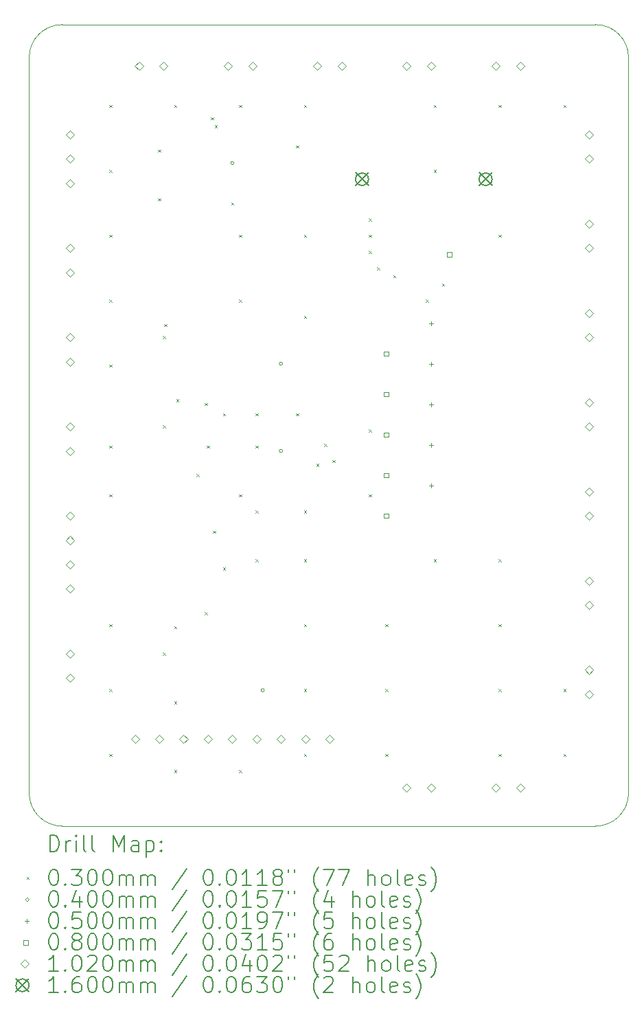
<source format=gbr>
%TF.GenerationSoftware,KiCad,Pcbnew,(6.0.7)*%
%TF.CreationDate,2023-02-02T11:52:13-06:00*%
%TF.ProjectId,Controls-LightingPCB,436f6e74-726f-46c7-932d-4c6967687469,rev?*%
%TF.SameCoordinates,Original*%
%TF.FileFunction,Drillmap*%
%TF.FilePolarity,Positive*%
%FSLAX45Y45*%
G04 Gerber Fmt 4.5, Leading zero omitted, Abs format (unit mm)*
G04 Created by KiCad (PCBNEW (6.0.7)) date 2023-02-02 11:52:13*
%MOMM*%
%LPD*%
G01*
G04 APERTURE LIST*
%ADD10C,0.050000*%
%ADD11C,0.200000*%
%ADD12C,0.030000*%
%ADD13C,0.040000*%
%ADD14C,0.080000*%
%ADD15C,0.102000*%
%ADD16C,0.160000*%
G04 APERTURE END LIST*
D10*
X18186400Y-4800600D02*
X18186400Y-13868400D01*
X10795000Y-13868400D02*
X10795000Y-4800600D01*
X17780000Y-14274800D02*
X11201400Y-14274800D01*
X18186400Y-4800600D02*
G75*
G03*
X17780000Y-4394200I-406400J0D01*
G01*
X11201400Y-4394200D02*
X17780000Y-4394200D01*
X17780000Y-14274800D02*
G75*
G03*
X18186400Y-13868400I0J406400D01*
G01*
X11201400Y-4394200D02*
G75*
G03*
X10795000Y-4800600I0J-406400D01*
G01*
X10795000Y-13868400D02*
G75*
G03*
X11201400Y-14274800I406400J0D01*
G01*
D11*
D12*
X11785000Y-5385000D02*
X11815000Y-5415000D01*
X11815000Y-5385000D02*
X11785000Y-5415000D01*
X11785000Y-6185000D02*
X11815000Y-6215000D01*
X11815000Y-6185000D02*
X11785000Y-6215000D01*
X11785000Y-6985000D02*
X11815000Y-7015000D01*
X11815000Y-6985000D02*
X11785000Y-7015000D01*
X11785000Y-7785000D02*
X11815000Y-7815000D01*
X11815000Y-7785000D02*
X11785000Y-7815000D01*
X11785000Y-8585000D02*
X11815000Y-8615000D01*
X11815000Y-8585000D02*
X11785000Y-8615000D01*
X11785000Y-9585000D02*
X11815000Y-9615000D01*
X11815000Y-9585000D02*
X11785000Y-9615000D01*
X11785000Y-10185000D02*
X11815000Y-10215000D01*
X11815000Y-10185000D02*
X11785000Y-10215000D01*
X11785000Y-11785000D02*
X11815000Y-11815000D01*
X11815000Y-11785000D02*
X11785000Y-11815000D01*
X11785000Y-12585000D02*
X11815000Y-12615000D01*
X11815000Y-12585000D02*
X11785000Y-12615000D01*
X11785000Y-13385000D02*
X11815000Y-13415000D01*
X11815000Y-13385000D02*
X11785000Y-13415000D01*
X12385000Y-5935000D02*
X12415000Y-5965000D01*
X12415000Y-5935000D02*
X12385000Y-5965000D01*
X12385000Y-6535000D02*
X12415000Y-6565000D01*
X12415000Y-6535000D02*
X12385000Y-6565000D01*
X12443750Y-8235000D02*
X12473750Y-8265000D01*
X12473750Y-8235000D02*
X12443750Y-8265000D01*
X12443750Y-9335000D02*
X12473750Y-9365000D01*
X12473750Y-9335000D02*
X12443750Y-9365000D01*
X12443750Y-12135000D02*
X12473750Y-12165000D01*
X12473750Y-12135000D02*
X12443750Y-12165000D01*
X12460000Y-8085000D02*
X12490000Y-8115000D01*
X12490000Y-8085000D02*
X12460000Y-8115000D01*
X12585000Y-5385000D02*
X12615000Y-5415000D01*
X12615000Y-5385000D02*
X12585000Y-5415000D01*
X12585000Y-11810000D02*
X12615000Y-11840000D01*
X12615000Y-11810000D02*
X12585000Y-11840000D01*
X12585000Y-12735000D02*
X12615000Y-12765000D01*
X12615000Y-12735000D02*
X12585000Y-12765000D01*
X12585000Y-13585000D02*
X12615000Y-13615000D01*
X12615000Y-13585000D02*
X12585000Y-13615000D01*
X12610000Y-9010000D02*
X12640000Y-9040000D01*
X12640000Y-9010000D02*
X12610000Y-9040000D01*
X12860000Y-9935000D02*
X12890000Y-9965000D01*
X12890000Y-9935000D02*
X12860000Y-9965000D01*
X12960000Y-9060000D02*
X12990000Y-9090000D01*
X12990000Y-9060000D02*
X12960000Y-9090000D01*
X12960000Y-11635000D02*
X12990000Y-11665000D01*
X12990000Y-11635000D02*
X12960000Y-11665000D01*
X12985000Y-9585000D02*
X13015000Y-9615000D01*
X13015000Y-9585000D02*
X12985000Y-9615000D01*
X13035000Y-5535000D02*
X13065000Y-5565000D01*
X13065000Y-5535000D02*
X13035000Y-5565000D01*
X13060000Y-10635000D02*
X13090000Y-10665000D01*
X13090000Y-10635000D02*
X13060000Y-10665000D01*
X13085000Y-5635000D02*
X13115000Y-5665000D01*
X13115000Y-5635000D02*
X13085000Y-5665000D01*
X13185000Y-9185000D02*
X13215000Y-9215000D01*
X13215000Y-9185000D02*
X13185000Y-9215000D01*
X13185000Y-11085000D02*
X13215000Y-11115000D01*
X13215000Y-11085000D02*
X13185000Y-11115000D01*
X13285000Y-6585000D02*
X13315000Y-6615000D01*
X13315000Y-6585000D02*
X13285000Y-6615000D01*
X13385000Y-5385000D02*
X13415000Y-5415000D01*
X13415000Y-5385000D02*
X13385000Y-5415000D01*
X13385000Y-6985000D02*
X13415000Y-7015000D01*
X13415000Y-6985000D02*
X13385000Y-7015000D01*
X13385000Y-7785000D02*
X13415000Y-7815000D01*
X13415000Y-7785000D02*
X13385000Y-7815000D01*
X13385000Y-10185000D02*
X13415000Y-10215000D01*
X13415000Y-10185000D02*
X13385000Y-10215000D01*
X13385000Y-13585000D02*
X13415000Y-13615000D01*
X13415000Y-13585000D02*
X13385000Y-13615000D01*
X13585000Y-9185000D02*
X13615000Y-9215000D01*
X13615000Y-9185000D02*
X13585000Y-9215000D01*
X13585000Y-9585000D02*
X13615000Y-9615000D01*
X13615000Y-9585000D02*
X13585000Y-9615000D01*
X13585000Y-10385000D02*
X13615000Y-10415000D01*
X13615000Y-10385000D02*
X13585000Y-10415000D01*
X13585000Y-10985000D02*
X13615000Y-11015000D01*
X13615000Y-10985000D02*
X13585000Y-11015000D01*
X14085000Y-5885000D02*
X14115000Y-5915000D01*
X14115000Y-5885000D02*
X14085000Y-5915000D01*
X14085000Y-9185000D02*
X14115000Y-9215000D01*
X14115000Y-9185000D02*
X14085000Y-9215000D01*
X14185000Y-5385000D02*
X14215000Y-5415000D01*
X14215000Y-5385000D02*
X14185000Y-5415000D01*
X14185000Y-6985000D02*
X14215000Y-7015000D01*
X14215000Y-6985000D02*
X14185000Y-7015000D01*
X14185000Y-7985000D02*
X14215000Y-8015000D01*
X14215000Y-7985000D02*
X14185000Y-8015000D01*
X14185000Y-10385000D02*
X14215000Y-10415000D01*
X14215000Y-10385000D02*
X14185000Y-10415000D01*
X14185000Y-10985000D02*
X14215000Y-11015000D01*
X14215000Y-10985000D02*
X14185000Y-11015000D01*
X14185000Y-11785000D02*
X14215000Y-11815000D01*
X14215000Y-11785000D02*
X14185000Y-11815000D01*
X14185000Y-12585000D02*
X14215000Y-12615000D01*
X14215000Y-12585000D02*
X14185000Y-12615000D01*
X14185000Y-13385000D02*
X14215000Y-13415000D01*
X14215000Y-13385000D02*
X14185000Y-13415000D01*
X14335000Y-9810000D02*
X14365000Y-9840000D01*
X14365000Y-9810000D02*
X14335000Y-9840000D01*
X14435000Y-9560000D02*
X14465000Y-9590000D01*
X14465000Y-9560000D02*
X14435000Y-9590000D01*
X14535000Y-9760000D02*
X14565000Y-9790000D01*
X14565000Y-9760000D02*
X14535000Y-9790000D01*
X14985000Y-6785000D02*
X15015000Y-6815000D01*
X15015000Y-6785000D02*
X14985000Y-6815000D01*
X14985000Y-6985000D02*
X15015000Y-7015000D01*
X15015000Y-6985000D02*
X14985000Y-7015000D01*
X14985000Y-7185000D02*
X15015000Y-7215000D01*
X15015000Y-7185000D02*
X14985000Y-7215000D01*
X14985000Y-9385000D02*
X15015000Y-9415000D01*
X15015000Y-9385000D02*
X14985000Y-9415000D01*
X14985000Y-10185000D02*
X15015000Y-10215000D01*
X15015000Y-10185000D02*
X14985000Y-10215000D01*
X15085000Y-7385000D02*
X15115000Y-7415000D01*
X15115000Y-7385000D02*
X15085000Y-7415000D01*
X15185000Y-11785000D02*
X15215000Y-11815000D01*
X15215000Y-11785000D02*
X15185000Y-11815000D01*
X15185000Y-12585000D02*
X15215000Y-12615000D01*
X15215000Y-12585000D02*
X15185000Y-12615000D01*
X15185000Y-13385000D02*
X15215000Y-13415000D01*
X15215000Y-13385000D02*
X15185000Y-13415000D01*
X15285000Y-7485000D02*
X15315000Y-7515000D01*
X15315000Y-7485000D02*
X15285000Y-7515000D01*
X15685000Y-7785000D02*
X15715000Y-7815000D01*
X15715000Y-7785000D02*
X15685000Y-7815000D01*
X15785000Y-5385000D02*
X15815000Y-5415000D01*
X15815000Y-5385000D02*
X15785000Y-5415000D01*
X15785000Y-6185000D02*
X15815000Y-6215000D01*
X15815000Y-6185000D02*
X15785000Y-6215000D01*
X15785000Y-10985000D02*
X15815000Y-11015000D01*
X15815000Y-10985000D02*
X15785000Y-11015000D01*
X15885000Y-7585000D02*
X15915000Y-7615000D01*
X15915000Y-7585000D02*
X15885000Y-7615000D01*
X16585000Y-5385000D02*
X16615000Y-5415000D01*
X16615000Y-5385000D02*
X16585000Y-5415000D01*
X16585000Y-6985000D02*
X16615000Y-7015000D01*
X16615000Y-6985000D02*
X16585000Y-7015000D01*
X16585000Y-10985000D02*
X16615000Y-11015000D01*
X16615000Y-10985000D02*
X16585000Y-11015000D01*
X16585000Y-11785000D02*
X16615000Y-11815000D01*
X16615000Y-11785000D02*
X16585000Y-11815000D01*
X16585000Y-12585000D02*
X16615000Y-12615000D01*
X16615000Y-12585000D02*
X16585000Y-12615000D01*
X16585000Y-13385000D02*
X16615000Y-13415000D01*
X16615000Y-13385000D02*
X16585000Y-13415000D01*
X17385000Y-5385000D02*
X17415000Y-5415000D01*
X17415000Y-5385000D02*
X17385000Y-5415000D01*
X17385000Y-12585000D02*
X17415000Y-12615000D01*
X17415000Y-12585000D02*
X17385000Y-12615000D01*
X17385000Y-13385000D02*
X17415000Y-13415000D01*
X17415000Y-13385000D02*
X17385000Y-13415000D01*
D13*
X13320000Y-6100000D02*
G75*
G03*
X13320000Y-6100000I-20000J0D01*
G01*
X13695000Y-12600000D02*
G75*
G03*
X13695000Y-12600000I-20000J0D01*
G01*
X13920000Y-8575000D02*
G75*
G03*
X13920000Y-8575000I-20000J0D01*
G01*
X13920000Y-9650000D02*
G75*
G03*
X13920000Y-9650000I-20000J0D01*
G01*
D10*
X15750000Y-8050000D02*
X15750000Y-8100000D01*
X15725000Y-8075000D02*
X15775000Y-8075000D01*
X15750000Y-8550000D02*
X15750000Y-8600000D01*
X15725000Y-8575000D02*
X15775000Y-8575000D01*
X15750000Y-9050000D02*
X15750000Y-9100000D01*
X15725000Y-9075000D02*
X15775000Y-9075000D01*
X15750000Y-9550000D02*
X15750000Y-9600000D01*
X15725000Y-9575000D02*
X15775000Y-9575000D01*
X15750000Y-10050000D02*
X15750000Y-10100000D01*
X15725000Y-10075000D02*
X15775000Y-10075000D01*
D14*
X15228284Y-8478285D02*
X15228284Y-8421716D01*
X15171715Y-8421716D01*
X15171715Y-8478285D01*
X15228284Y-8478285D01*
X15228284Y-8978285D02*
X15228284Y-8921716D01*
X15171715Y-8921716D01*
X15171715Y-8978285D01*
X15228284Y-8978285D01*
X15228284Y-9478285D02*
X15228284Y-9421716D01*
X15171715Y-9421716D01*
X15171715Y-9478285D01*
X15228284Y-9478285D01*
X15228284Y-9978285D02*
X15228284Y-9921716D01*
X15171715Y-9921716D01*
X15171715Y-9978285D01*
X15228284Y-9978285D01*
X15228284Y-10478285D02*
X15228284Y-10421716D01*
X15171715Y-10421716D01*
X15171715Y-10478285D01*
X15228284Y-10478285D01*
X16003284Y-7253284D02*
X16003284Y-7196715D01*
X15946715Y-7196715D01*
X15946715Y-7253284D01*
X16003284Y-7253284D01*
D15*
X11300000Y-5801000D02*
X11351000Y-5750000D01*
X11300000Y-5699000D01*
X11249000Y-5750000D01*
X11300000Y-5801000D01*
X11300000Y-6101000D02*
X11351000Y-6050000D01*
X11300000Y-5999000D01*
X11249000Y-6050000D01*
X11300000Y-6101000D01*
X11300000Y-6401000D02*
X11351000Y-6350000D01*
X11300000Y-6299000D01*
X11249000Y-6350000D01*
X11300000Y-6401000D01*
X11300000Y-7201000D02*
X11351000Y-7150000D01*
X11300000Y-7099000D01*
X11249000Y-7150000D01*
X11300000Y-7201000D01*
X11300000Y-7501000D02*
X11351000Y-7450000D01*
X11300000Y-7399000D01*
X11249000Y-7450000D01*
X11300000Y-7501000D01*
X11300000Y-8301000D02*
X11351000Y-8250000D01*
X11300000Y-8199000D01*
X11249000Y-8250000D01*
X11300000Y-8301000D01*
X11300000Y-8601000D02*
X11351000Y-8550000D01*
X11300000Y-8499000D01*
X11249000Y-8550000D01*
X11300000Y-8601000D01*
X11300000Y-9401000D02*
X11351000Y-9350000D01*
X11300000Y-9299000D01*
X11249000Y-9350000D01*
X11300000Y-9401000D01*
X11300000Y-9701000D02*
X11351000Y-9650000D01*
X11300000Y-9599000D01*
X11249000Y-9650000D01*
X11300000Y-9701000D01*
X11300000Y-10501000D02*
X11351000Y-10450000D01*
X11300000Y-10399000D01*
X11249000Y-10450000D01*
X11300000Y-10501000D01*
X11300000Y-10801000D02*
X11351000Y-10750000D01*
X11300000Y-10699000D01*
X11249000Y-10750000D01*
X11300000Y-10801000D01*
X11300000Y-11101000D02*
X11351000Y-11050000D01*
X11300000Y-10999000D01*
X11249000Y-11050000D01*
X11300000Y-11101000D01*
X11300000Y-11401000D02*
X11351000Y-11350000D01*
X11300000Y-11299000D01*
X11249000Y-11350000D01*
X11300000Y-11401000D01*
X11300000Y-12201000D02*
X11351000Y-12150000D01*
X11300000Y-12099000D01*
X11249000Y-12150000D01*
X11300000Y-12201000D01*
X11300000Y-12501000D02*
X11351000Y-12450000D01*
X11300000Y-12399000D01*
X11249000Y-12450000D01*
X11300000Y-12501000D01*
X12100000Y-13251000D02*
X12151000Y-13200000D01*
X12100000Y-13149000D01*
X12049000Y-13200000D01*
X12100000Y-13251000D01*
X12150000Y-4951000D02*
X12201000Y-4900000D01*
X12150000Y-4849000D01*
X12099000Y-4900000D01*
X12150000Y-4951000D01*
X12400000Y-13251000D02*
X12451000Y-13200000D01*
X12400000Y-13149000D01*
X12349000Y-13200000D01*
X12400000Y-13251000D01*
X12450000Y-4951000D02*
X12501000Y-4900000D01*
X12450000Y-4849000D01*
X12399000Y-4900000D01*
X12450000Y-4951000D01*
X12700000Y-13251000D02*
X12751000Y-13200000D01*
X12700000Y-13149000D01*
X12649000Y-13200000D01*
X12700000Y-13251000D01*
X13000000Y-13251000D02*
X13051000Y-13200000D01*
X13000000Y-13149000D01*
X12949000Y-13200000D01*
X13000000Y-13251000D01*
X13250000Y-4951000D02*
X13301000Y-4900000D01*
X13250000Y-4849000D01*
X13199000Y-4900000D01*
X13250000Y-4951000D01*
X13300000Y-13251000D02*
X13351000Y-13200000D01*
X13300000Y-13149000D01*
X13249000Y-13200000D01*
X13300000Y-13251000D01*
X13550000Y-4951000D02*
X13601000Y-4900000D01*
X13550000Y-4849000D01*
X13499000Y-4900000D01*
X13550000Y-4951000D01*
X13600000Y-13251000D02*
X13651000Y-13200000D01*
X13600000Y-13149000D01*
X13549000Y-13200000D01*
X13600000Y-13251000D01*
X13900000Y-13251000D02*
X13951000Y-13200000D01*
X13900000Y-13149000D01*
X13849000Y-13200000D01*
X13900000Y-13251000D01*
X14200000Y-13251000D02*
X14251000Y-13200000D01*
X14200000Y-13149000D01*
X14149000Y-13200000D01*
X14200000Y-13251000D01*
X14350000Y-4951000D02*
X14401000Y-4900000D01*
X14350000Y-4849000D01*
X14299000Y-4900000D01*
X14350000Y-4951000D01*
X14500000Y-13251000D02*
X14551000Y-13200000D01*
X14500000Y-13149000D01*
X14449000Y-13200000D01*
X14500000Y-13251000D01*
X14650000Y-4951000D02*
X14701000Y-4900000D01*
X14650000Y-4849000D01*
X14599000Y-4900000D01*
X14650000Y-4951000D01*
X15450000Y-4951000D02*
X15501000Y-4900000D01*
X15450000Y-4849000D01*
X15399000Y-4900000D01*
X15450000Y-4951000D01*
X15450000Y-13851000D02*
X15501000Y-13800000D01*
X15450000Y-13749000D01*
X15399000Y-13800000D01*
X15450000Y-13851000D01*
X15750000Y-4951000D02*
X15801000Y-4900000D01*
X15750000Y-4849000D01*
X15699000Y-4900000D01*
X15750000Y-4951000D01*
X15750000Y-13851000D02*
X15801000Y-13800000D01*
X15750000Y-13749000D01*
X15699000Y-13800000D01*
X15750000Y-13851000D01*
X16550000Y-4951000D02*
X16601000Y-4900000D01*
X16550000Y-4849000D01*
X16499000Y-4900000D01*
X16550000Y-4951000D01*
X16550000Y-13851000D02*
X16601000Y-13800000D01*
X16550000Y-13749000D01*
X16499000Y-13800000D01*
X16550000Y-13851000D01*
X16850000Y-4951000D02*
X16901000Y-4900000D01*
X16850000Y-4849000D01*
X16799000Y-4900000D01*
X16850000Y-4951000D01*
X16850000Y-13851000D02*
X16901000Y-13800000D01*
X16850000Y-13749000D01*
X16799000Y-13800000D01*
X16850000Y-13851000D01*
X17700000Y-5801000D02*
X17751000Y-5750000D01*
X17700000Y-5699000D01*
X17649000Y-5750000D01*
X17700000Y-5801000D01*
X17700000Y-6101000D02*
X17751000Y-6050000D01*
X17700000Y-5999000D01*
X17649000Y-6050000D01*
X17700000Y-6101000D01*
X17700000Y-6901000D02*
X17751000Y-6850000D01*
X17700000Y-6799000D01*
X17649000Y-6850000D01*
X17700000Y-6901000D01*
X17700000Y-7201000D02*
X17751000Y-7150000D01*
X17700000Y-7099000D01*
X17649000Y-7150000D01*
X17700000Y-7201000D01*
X17700000Y-8001000D02*
X17751000Y-7950000D01*
X17700000Y-7899000D01*
X17649000Y-7950000D01*
X17700000Y-8001000D01*
X17700000Y-8301000D02*
X17751000Y-8250000D01*
X17700000Y-8199000D01*
X17649000Y-8250000D01*
X17700000Y-8301000D01*
X17700000Y-9101000D02*
X17751000Y-9050000D01*
X17700000Y-8999000D01*
X17649000Y-9050000D01*
X17700000Y-9101000D01*
X17700000Y-9401000D02*
X17751000Y-9350000D01*
X17700000Y-9299000D01*
X17649000Y-9350000D01*
X17700000Y-9401000D01*
X17700000Y-10201000D02*
X17751000Y-10150000D01*
X17700000Y-10099000D01*
X17649000Y-10150000D01*
X17700000Y-10201000D01*
X17700000Y-10501000D02*
X17751000Y-10450000D01*
X17700000Y-10399000D01*
X17649000Y-10450000D01*
X17700000Y-10501000D01*
X17700000Y-11301000D02*
X17751000Y-11250000D01*
X17700000Y-11199000D01*
X17649000Y-11250000D01*
X17700000Y-11301000D01*
X17700000Y-11601000D02*
X17751000Y-11550000D01*
X17700000Y-11499000D01*
X17649000Y-11550000D01*
X17700000Y-11601000D01*
X17700000Y-12401000D02*
X17751000Y-12350000D01*
X17700000Y-12299000D01*
X17649000Y-12350000D01*
X17700000Y-12401000D01*
X17700000Y-12701000D02*
X17751000Y-12650000D01*
X17700000Y-12599000D01*
X17649000Y-12650000D01*
X17700000Y-12701000D01*
D16*
X14820000Y-6220000D02*
X14980000Y-6380000D01*
X14980000Y-6220000D02*
X14820000Y-6380000D01*
X14980000Y-6300000D02*
G75*
G03*
X14980000Y-6300000I-80000J0D01*
G01*
X16344000Y-6220000D02*
X16504000Y-6380000D01*
X16504000Y-6220000D02*
X16344000Y-6380000D01*
X16504000Y-6300000D02*
G75*
G03*
X16504000Y-6300000I-80000J0D01*
G01*
D11*
X11050119Y-14587776D02*
X11050119Y-14387776D01*
X11097738Y-14387776D01*
X11126310Y-14397300D01*
X11145357Y-14416348D01*
X11154881Y-14435395D01*
X11164405Y-14473490D01*
X11164405Y-14502062D01*
X11154881Y-14540157D01*
X11145357Y-14559205D01*
X11126310Y-14578252D01*
X11097738Y-14587776D01*
X11050119Y-14587776D01*
X11250119Y-14587776D02*
X11250119Y-14454443D01*
X11250119Y-14492538D02*
X11259643Y-14473490D01*
X11269167Y-14463967D01*
X11288214Y-14454443D01*
X11307262Y-14454443D01*
X11373928Y-14587776D02*
X11373928Y-14454443D01*
X11373928Y-14387776D02*
X11364405Y-14397300D01*
X11373928Y-14406824D01*
X11383452Y-14397300D01*
X11373928Y-14387776D01*
X11373928Y-14406824D01*
X11497738Y-14587776D02*
X11478690Y-14578252D01*
X11469167Y-14559205D01*
X11469167Y-14387776D01*
X11602500Y-14587776D02*
X11583452Y-14578252D01*
X11573928Y-14559205D01*
X11573928Y-14387776D01*
X11831071Y-14587776D02*
X11831071Y-14387776D01*
X11897738Y-14530633D01*
X11964405Y-14387776D01*
X11964405Y-14587776D01*
X12145357Y-14587776D02*
X12145357Y-14483014D01*
X12135833Y-14463967D01*
X12116786Y-14454443D01*
X12078690Y-14454443D01*
X12059643Y-14463967D01*
X12145357Y-14578252D02*
X12126309Y-14587776D01*
X12078690Y-14587776D01*
X12059643Y-14578252D01*
X12050119Y-14559205D01*
X12050119Y-14540157D01*
X12059643Y-14521109D01*
X12078690Y-14511586D01*
X12126309Y-14511586D01*
X12145357Y-14502062D01*
X12240595Y-14454443D02*
X12240595Y-14654443D01*
X12240595Y-14463967D02*
X12259643Y-14454443D01*
X12297738Y-14454443D01*
X12316786Y-14463967D01*
X12326309Y-14473490D01*
X12335833Y-14492538D01*
X12335833Y-14549681D01*
X12326309Y-14568728D01*
X12316786Y-14578252D01*
X12297738Y-14587776D01*
X12259643Y-14587776D01*
X12240595Y-14578252D01*
X12421548Y-14568728D02*
X12431071Y-14578252D01*
X12421548Y-14587776D01*
X12412024Y-14578252D01*
X12421548Y-14568728D01*
X12421548Y-14587776D01*
X12421548Y-14463967D02*
X12431071Y-14473490D01*
X12421548Y-14483014D01*
X12412024Y-14473490D01*
X12421548Y-14463967D01*
X12421548Y-14483014D01*
D12*
X10762500Y-14902300D02*
X10792500Y-14932300D01*
X10792500Y-14902300D02*
X10762500Y-14932300D01*
D11*
X11088214Y-14807776D02*
X11107262Y-14807776D01*
X11126310Y-14817300D01*
X11135833Y-14826824D01*
X11145357Y-14845871D01*
X11154881Y-14883967D01*
X11154881Y-14931586D01*
X11145357Y-14969681D01*
X11135833Y-14988728D01*
X11126310Y-14998252D01*
X11107262Y-15007776D01*
X11088214Y-15007776D01*
X11069167Y-14998252D01*
X11059643Y-14988728D01*
X11050119Y-14969681D01*
X11040595Y-14931586D01*
X11040595Y-14883967D01*
X11050119Y-14845871D01*
X11059643Y-14826824D01*
X11069167Y-14817300D01*
X11088214Y-14807776D01*
X11240595Y-14988728D02*
X11250119Y-14998252D01*
X11240595Y-15007776D01*
X11231071Y-14998252D01*
X11240595Y-14988728D01*
X11240595Y-15007776D01*
X11316786Y-14807776D02*
X11440595Y-14807776D01*
X11373928Y-14883967D01*
X11402500Y-14883967D01*
X11421548Y-14893490D01*
X11431071Y-14903014D01*
X11440595Y-14922062D01*
X11440595Y-14969681D01*
X11431071Y-14988728D01*
X11421548Y-14998252D01*
X11402500Y-15007776D01*
X11345357Y-15007776D01*
X11326309Y-14998252D01*
X11316786Y-14988728D01*
X11564405Y-14807776D02*
X11583452Y-14807776D01*
X11602500Y-14817300D01*
X11612024Y-14826824D01*
X11621548Y-14845871D01*
X11631071Y-14883967D01*
X11631071Y-14931586D01*
X11621548Y-14969681D01*
X11612024Y-14988728D01*
X11602500Y-14998252D01*
X11583452Y-15007776D01*
X11564405Y-15007776D01*
X11545357Y-14998252D01*
X11535833Y-14988728D01*
X11526309Y-14969681D01*
X11516786Y-14931586D01*
X11516786Y-14883967D01*
X11526309Y-14845871D01*
X11535833Y-14826824D01*
X11545357Y-14817300D01*
X11564405Y-14807776D01*
X11754881Y-14807776D02*
X11773928Y-14807776D01*
X11792976Y-14817300D01*
X11802500Y-14826824D01*
X11812024Y-14845871D01*
X11821548Y-14883967D01*
X11821548Y-14931586D01*
X11812024Y-14969681D01*
X11802500Y-14988728D01*
X11792976Y-14998252D01*
X11773928Y-15007776D01*
X11754881Y-15007776D01*
X11735833Y-14998252D01*
X11726309Y-14988728D01*
X11716786Y-14969681D01*
X11707262Y-14931586D01*
X11707262Y-14883967D01*
X11716786Y-14845871D01*
X11726309Y-14826824D01*
X11735833Y-14817300D01*
X11754881Y-14807776D01*
X11907262Y-15007776D02*
X11907262Y-14874443D01*
X11907262Y-14893490D02*
X11916786Y-14883967D01*
X11935833Y-14874443D01*
X11964405Y-14874443D01*
X11983452Y-14883967D01*
X11992976Y-14903014D01*
X11992976Y-15007776D01*
X11992976Y-14903014D02*
X12002500Y-14883967D01*
X12021548Y-14874443D01*
X12050119Y-14874443D01*
X12069167Y-14883967D01*
X12078690Y-14903014D01*
X12078690Y-15007776D01*
X12173928Y-15007776D02*
X12173928Y-14874443D01*
X12173928Y-14893490D02*
X12183452Y-14883967D01*
X12202500Y-14874443D01*
X12231071Y-14874443D01*
X12250119Y-14883967D01*
X12259643Y-14903014D01*
X12259643Y-15007776D01*
X12259643Y-14903014D02*
X12269167Y-14883967D01*
X12288214Y-14874443D01*
X12316786Y-14874443D01*
X12335833Y-14883967D01*
X12345357Y-14903014D01*
X12345357Y-15007776D01*
X12735833Y-14798252D02*
X12564405Y-15055395D01*
X12992976Y-14807776D02*
X13012024Y-14807776D01*
X13031071Y-14817300D01*
X13040595Y-14826824D01*
X13050119Y-14845871D01*
X13059643Y-14883967D01*
X13059643Y-14931586D01*
X13050119Y-14969681D01*
X13040595Y-14988728D01*
X13031071Y-14998252D01*
X13012024Y-15007776D01*
X12992976Y-15007776D01*
X12973928Y-14998252D01*
X12964405Y-14988728D01*
X12954881Y-14969681D01*
X12945357Y-14931586D01*
X12945357Y-14883967D01*
X12954881Y-14845871D01*
X12964405Y-14826824D01*
X12973928Y-14817300D01*
X12992976Y-14807776D01*
X13145357Y-14988728D02*
X13154881Y-14998252D01*
X13145357Y-15007776D01*
X13135833Y-14998252D01*
X13145357Y-14988728D01*
X13145357Y-15007776D01*
X13278690Y-14807776D02*
X13297738Y-14807776D01*
X13316786Y-14817300D01*
X13326309Y-14826824D01*
X13335833Y-14845871D01*
X13345357Y-14883967D01*
X13345357Y-14931586D01*
X13335833Y-14969681D01*
X13326309Y-14988728D01*
X13316786Y-14998252D01*
X13297738Y-15007776D01*
X13278690Y-15007776D01*
X13259643Y-14998252D01*
X13250119Y-14988728D01*
X13240595Y-14969681D01*
X13231071Y-14931586D01*
X13231071Y-14883967D01*
X13240595Y-14845871D01*
X13250119Y-14826824D01*
X13259643Y-14817300D01*
X13278690Y-14807776D01*
X13535833Y-15007776D02*
X13421548Y-15007776D01*
X13478690Y-15007776D02*
X13478690Y-14807776D01*
X13459643Y-14836348D01*
X13440595Y-14855395D01*
X13421548Y-14864919D01*
X13726309Y-15007776D02*
X13612024Y-15007776D01*
X13669167Y-15007776D02*
X13669167Y-14807776D01*
X13650119Y-14836348D01*
X13631071Y-14855395D01*
X13612024Y-14864919D01*
X13840595Y-14893490D02*
X13821548Y-14883967D01*
X13812024Y-14874443D01*
X13802500Y-14855395D01*
X13802500Y-14845871D01*
X13812024Y-14826824D01*
X13821548Y-14817300D01*
X13840595Y-14807776D01*
X13878690Y-14807776D01*
X13897738Y-14817300D01*
X13907262Y-14826824D01*
X13916786Y-14845871D01*
X13916786Y-14855395D01*
X13907262Y-14874443D01*
X13897738Y-14883967D01*
X13878690Y-14893490D01*
X13840595Y-14893490D01*
X13821548Y-14903014D01*
X13812024Y-14912538D01*
X13802500Y-14931586D01*
X13802500Y-14969681D01*
X13812024Y-14988728D01*
X13821548Y-14998252D01*
X13840595Y-15007776D01*
X13878690Y-15007776D01*
X13897738Y-14998252D01*
X13907262Y-14988728D01*
X13916786Y-14969681D01*
X13916786Y-14931586D01*
X13907262Y-14912538D01*
X13897738Y-14903014D01*
X13878690Y-14893490D01*
X13992976Y-14807776D02*
X13992976Y-14845871D01*
X14069167Y-14807776D02*
X14069167Y-14845871D01*
X14364405Y-15083967D02*
X14354881Y-15074443D01*
X14335833Y-15045871D01*
X14326309Y-15026824D01*
X14316786Y-14998252D01*
X14307262Y-14950633D01*
X14307262Y-14912538D01*
X14316786Y-14864919D01*
X14326309Y-14836348D01*
X14335833Y-14817300D01*
X14354881Y-14788728D01*
X14364405Y-14779205D01*
X14421548Y-14807776D02*
X14554881Y-14807776D01*
X14469167Y-15007776D01*
X14612024Y-14807776D02*
X14745357Y-14807776D01*
X14659643Y-15007776D01*
X14973928Y-15007776D02*
X14973928Y-14807776D01*
X15059643Y-15007776D02*
X15059643Y-14903014D01*
X15050119Y-14883967D01*
X15031071Y-14874443D01*
X15002500Y-14874443D01*
X14983452Y-14883967D01*
X14973928Y-14893490D01*
X15183452Y-15007776D02*
X15164405Y-14998252D01*
X15154881Y-14988728D01*
X15145357Y-14969681D01*
X15145357Y-14912538D01*
X15154881Y-14893490D01*
X15164405Y-14883967D01*
X15183452Y-14874443D01*
X15212024Y-14874443D01*
X15231071Y-14883967D01*
X15240595Y-14893490D01*
X15250119Y-14912538D01*
X15250119Y-14969681D01*
X15240595Y-14988728D01*
X15231071Y-14998252D01*
X15212024Y-15007776D01*
X15183452Y-15007776D01*
X15364405Y-15007776D02*
X15345357Y-14998252D01*
X15335833Y-14979205D01*
X15335833Y-14807776D01*
X15516786Y-14998252D02*
X15497738Y-15007776D01*
X15459643Y-15007776D01*
X15440595Y-14998252D01*
X15431071Y-14979205D01*
X15431071Y-14903014D01*
X15440595Y-14883967D01*
X15459643Y-14874443D01*
X15497738Y-14874443D01*
X15516786Y-14883967D01*
X15526309Y-14903014D01*
X15526309Y-14922062D01*
X15431071Y-14941109D01*
X15602500Y-14998252D02*
X15621548Y-15007776D01*
X15659643Y-15007776D01*
X15678690Y-14998252D01*
X15688214Y-14979205D01*
X15688214Y-14969681D01*
X15678690Y-14950633D01*
X15659643Y-14941109D01*
X15631071Y-14941109D01*
X15612024Y-14931586D01*
X15602500Y-14912538D01*
X15602500Y-14903014D01*
X15612024Y-14883967D01*
X15631071Y-14874443D01*
X15659643Y-14874443D01*
X15678690Y-14883967D01*
X15754881Y-15083967D02*
X15764405Y-15074443D01*
X15783452Y-15045871D01*
X15792976Y-15026824D01*
X15802500Y-14998252D01*
X15812024Y-14950633D01*
X15812024Y-14912538D01*
X15802500Y-14864919D01*
X15792976Y-14836348D01*
X15783452Y-14817300D01*
X15764405Y-14788728D01*
X15754881Y-14779205D01*
D13*
X10792500Y-15181300D02*
G75*
G03*
X10792500Y-15181300I-20000J0D01*
G01*
D11*
X11088214Y-15071776D02*
X11107262Y-15071776D01*
X11126310Y-15081300D01*
X11135833Y-15090824D01*
X11145357Y-15109871D01*
X11154881Y-15147967D01*
X11154881Y-15195586D01*
X11145357Y-15233681D01*
X11135833Y-15252728D01*
X11126310Y-15262252D01*
X11107262Y-15271776D01*
X11088214Y-15271776D01*
X11069167Y-15262252D01*
X11059643Y-15252728D01*
X11050119Y-15233681D01*
X11040595Y-15195586D01*
X11040595Y-15147967D01*
X11050119Y-15109871D01*
X11059643Y-15090824D01*
X11069167Y-15081300D01*
X11088214Y-15071776D01*
X11240595Y-15252728D02*
X11250119Y-15262252D01*
X11240595Y-15271776D01*
X11231071Y-15262252D01*
X11240595Y-15252728D01*
X11240595Y-15271776D01*
X11421548Y-15138443D02*
X11421548Y-15271776D01*
X11373928Y-15062252D02*
X11326309Y-15205109D01*
X11450119Y-15205109D01*
X11564405Y-15071776D02*
X11583452Y-15071776D01*
X11602500Y-15081300D01*
X11612024Y-15090824D01*
X11621548Y-15109871D01*
X11631071Y-15147967D01*
X11631071Y-15195586D01*
X11621548Y-15233681D01*
X11612024Y-15252728D01*
X11602500Y-15262252D01*
X11583452Y-15271776D01*
X11564405Y-15271776D01*
X11545357Y-15262252D01*
X11535833Y-15252728D01*
X11526309Y-15233681D01*
X11516786Y-15195586D01*
X11516786Y-15147967D01*
X11526309Y-15109871D01*
X11535833Y-15090824D01*
X11545357Y-15081300D01*
X11564405Y-15071776D01*
X11754881Y-15071776D02*
X11773928Y-15071776D01*
X11792976Y-15081300D01*
X11802500Y-15090824D01*
X11812024Y-15109871D01*
X11821548Y-15147967D01*
X11821548Y-15195586D01*
X11812024Y-15233681D01*
X11802500Y-15252728D01*
X11792976Y-15262252D01*
X11773928Y-15271776D01*
X11754881Y-15271776D01*
X11735833Y-15262252D01*
X11726309Y-15252728D01*
X11716786Y-15233681D01*
X11707262Y-15195586D01*
X11707262Y-15147967D01*
X11716786Y-15109871D01*
X11726309Y-15090824D01*
X11735833Y-15081300D01*
X11754881Y-15071776D01*
X11907262Y-15271776D02*
X11907262Y-15138443D01*
X11907262Y-15157490D02*
X11916786Y-15147967D01*
X11935833Y-15138443D01*
X11964405Y-15138443D01*
X11983452Y-15147967D01*
X11992976Y-15167014D01*
X11992976Y-15271776D01*
X11992976Y-15167014D02*
X12002500Y-15147967D01*
X12021548Y-15138443D01*
X12050119Y-15138443D01*
X12069167Y-15147967D01*
X12078690Y-15167014D01*
X12078690Y-15271776D01*
X12173928Y-15271776D02*
X12173928Y-15138443D01*
X12173928Y-15157490D02*
X12183452Y-15147967D01*
X12202500Y-15138443D01*
X12231071Y-15138443D01*
X12250119Y-15147967D01*
X12259643Y-15167014D01*
X12259643Y-15271776D01*
X12259643Y-15167014D02*
X12269167Y-15147967D01*
X12288214Y-15138443D01*
X12316786Y-15138443D01*
X12335833Y-15147967D01*
X12345357Y-15167014D01*
X12345357Y-15271776D01*
X12735833Y-15062252D02*
X12564405Y-15319395D01*
X12992976Y-15071776D02*
X13012024Y-15071776D01*
X13031071Y-15081300D01*
X13040595Y-15090824D01*
X13050119Y-15109871D01*
X13059643Y-15147967D01*
X13059643Y-15195586D01*
X13050119Y-15233681D01*
X13040595Y-15252728D01*
X13031071Y-15262252D01*
X13012024Y-15271776D01*
X12992976Y-15271776D01*
X12973928Y-15262252D01*
X12964405Y-15252728D01*
X12954881Y-15233681D01*
X12945357Y-15195586D01*
X12945357Y-15147967D01*
X12954881Y-15109871D01*
X12964405Y-15090824D01*
X12973928Y-15081300D01*
X12992976Y-15071776D01*
X13145357Y-15252728D02*
X13154881Y-15262252D01*
X13145357Y-15271776D01*
X13135833Y-15262252D01*
X13145357Y-15252728D01*
X13145357Y-15271776D01*
X13278690Y-15071776D02*
X13297738Y-15071776D01*
X13316786Y-15081300D01*
X13326309Y-15090824D01*
X13335833Y-15109871D01*
X13345357Y-15147967D01*
X13345357Y-15195586D01*
X13335833Y-15233681D01*
X13326309Y-15252728D01*
X13316786Y-15262252D01*
X13297738Y-15271776D01*
X13278690Y-15271776D01*
X13259643Y-15262252D01*
X13250119Y-15252728D01*
X13240595Y-15233681D01*
X13231071Y-15195586D01*
X13231071Y-15147967D01*
X13240595Y-15109871D01*
X13250119Y-15090824D01*
X13259643Y-15081300D01*
X13278690Y-15071776D01*
X13535833Y-15271776D02*
X13421548Y-15271776D01*
X13478690Y-15271776D02*
X13478690Y-15071776D01*
X13459643Y-15100348D01*
X13440595Y-15119395D01*
X13421548Y-15128919D01*
X13716786Y-15071776D02*
X13621548Y-15071776D01*
X13612024Y-15167014D01*
X13621548Y-15157490D01*
X13640595Y-15147967D01*
X13688214Y-15147967D01*
X13707262Y-15157490D01*
X13716786Y-15167014D01*
X13726309Y-15186062D01*
X13726309Y-15233681D01*
X13716786Y-15252728D01*
X13707262Y-15262252D01*
X13688214Y-15271776D01*
X13640595Y-15271776D01*
X13621548Y-15262252D01*
X13612024Y-15252728D01*
X13792976Y-15071776D02*
X13926309Y-15071776D01*
X13840595Y-15271776D01*
X13992976Y-15071776D02*
X13992976Y-15109871D01*
X14069167Y-15071776D02*
X14069167Y-15109871D01*
X14364405Y-15347967D02*
X14354881Y-15338443D01*
X14335833Y-15309871D01*
X14326309Y-15290824D01*
X14316786Y-15262252D01*
X14307262Y-15214633D01*
X14307262Y-15176538D01*
X14316786Y-15128919D01*
X14326309Y-15100348D01*
X14335833Y-15081300D01*
X14354881Y-15052728D01*
X14364405Y-15043205D01*
X14526309Y-15138443D02*
X14526309Y-15271776D01*
X14478690Y-15062252D02*
X14431071Y-15205109D01*
X14554881Y-15205109D01*
X14783452Y-15271776D02*
X14783452Y-15071776D01*
X14869167Y-15271776D02*
X14869167Y-15167014D01*
X14859643Y-15147967D01*
X14840595Y-15138443D01*
X14812024Y-15138443D01*
X14792976Y-15147967D01*
X14783452Y-15157490D01*
X14992976Y-15271776D02*
X14973928Y-15262252D01*
X14964405Y-15252728D01*
X14954881Y-15233681D01*
X14954881Y-15176538D01*
X14964405Y-15157490D01*
X14973928Y-15147967D01*
X14992976Y-15138443D01*
X15021548Y-15138443D01*
X15040595Y-15147967D01*
X15050119Y-15157490D01*
X15059643Y-15176538D01*
X15059643Y-15233681D01*
X15050119Y-15252728D01*
X15040595Y-15262252D01*
X15021548Y-15271776D01*
X14992976Y-15271776D01*
X15173928Y-15271776D02*
X15154881Y-15262252D01*
X15145357Y-15243205D01*
X15145357Y-15071776D01*
X15326309Y-15262252D02*
X15307262Y-15271776D01*
X15269167Y-15271776D01*
X15250119Y-15262252D01*
X15240595Y-15243205D01*
X15240595Y-15167014D01*
X15250119Y-15147967D01*
X15269167Y-15138443D01*
X15307262Y-15138443D01*
X15326309Y-15147967D01*
X15335833Y-15167014D01*
X15335833Y-15186062D01*
X15240595Y-15205109D01*
X15412024Y-15262252D02*
X15431071Y-15271776D01*
X15469167Y-15271776D01*
X15488214Y-15262252D01*
X15497738Y-15243205D01*
X15497738Y-15233681D01*
X15488214Y-15214633D01*
X15469167Y-15205109D01*
X15440595Y-15205109D01*
X15421548Y-15195586D01*
X15412024Y-15176538D01*
X15412024Y-15167014D01*
X15421548Y-15147967D01*
X15440595Y-15138443D01*
X15469167Y-15138443D01*
X15488214Y-15147967D01*
X15564405Y-15347967D02*
X15573928Y-15338443D01*
X15592976Y-15309871D01*
X15602500Y-15290824D01*
X15612024Y-15262252D01*
X15621548Y-15214633D01*
X15621548Y-15176538D01*
X15612024Y-15128919D01*
X15602500Y-15100348D01*
X15592976Y-15081300D01*
X15573928Y-15052728D01*
X15564405Y-15043205D01*
D10*
X10767500Y-15420300D02*
X10767500Y-15470300D01*
X10742500Y-15445300D02*
X10792500Y-15445300D01*
D11*
X11088214Y-15335776D02*
X11107262Y-15335776D01*
X11126310Y-15345300D01*
X11135833Y-15354824D01*
X11145357Y-15373871D01*
X11154881Y-15411967D01*
X11154881Y-15459586D01*
X11145357Y-15497681D01*
X11135833Y-15516728D01*
X11126310Y-15526252D01*
X11107262Y-15535776D01*
X11088214Y-15535776D01*
X11069167Y-15526252D01*
X11059643Y-15516728D01*
X11050119Y-15497681D01*
X11040595Y-15459586D01*
X11040595Y-15411967D01*
X11050119Y-15373871D01*
X11059643Y-15354824D01*
X11069167Y-15345300D01*
X11088214Y-15335776D01*
X11240595Y-15516728D02*
X11250119Y-15526252D01*
X11240595Y-15535776D01*
X11231071Y-15526252D01*
X11240595Y-15516728D01*
X11240595Y-15535776D01*
X11431071Y-15335776D02*
X11335833Y-15335776D01*
X11326309Y-15431014D01*
X11335833Y-15421490D01*
X11354881Y-15411967D01*
X11402500Y-15411967D01*
X11421548Y-15421490D01*
X11431071Y-15431014D01*
X11440595Y-15450062D01*
X11440595Y-15497681D01*
X11431071Y-15516728D01*
X11421548Y-15526252D01*
X11402500Y-15535776D01*
X11354881Y-15535776D01*
X11335833Y-15526252D01*
X11326309Y-15516728D01*
X11564405Y-15335776D02*
X11583452Y-15335776D01*
X11602500Y-15345300D01*
X11612024Y-15354824D01*
X11621548Y-15373871D01*
X11631071Y-15411967D01*
X11631071Y-15459586D01*
X11621548Y-15497681D01*
X11612024Y-15516728D01*
X11602500Y-15526252D01*
X11583452Y-15535776D01*
X11564405Y-15535776D01*
X11545357Y-15526252D01*
X11535833Y-15516728D01*
X11526309Y-15497681D01*
X11516786Y-15459586D01*
X11516786Y-15411967D01*
X11526309Y-15373871D01*
X11535833Y-15354824D01*
X11545357Y-15345300D01*
X11564405Y-15335776D01*
X11754881Y-15335776D02*
X11773928Y-15335776D01*
X11792976Y-15345300D01*
X11802500Y-15354824D01*
X11812024Y-15373871D01*
X11821548Y-15411967D01*
X11821548Y-15459586D01*
X11812024Y-15497681D01*
X11802500Y-15516728D01*
X11792976Y-15526252D01*
X11773928Y-15535776D01*
X11754881Y-15535776D01*
X11735833Y-15526252D01*
X11726309Y-15516728D01*
X11716786Y-15497681D01*
X11707262Y-15459586D01*
X11707262Y-15411967D01*
X11716786Y-15373871D01*
X11726309Y-15354824D01*
X11735833Y-15345300D01*
X11754881Y-15335776D01*
X11907262Y-15535776D02*
X11907262Y-15402443D01*
X11907262Y-15421490D02*
X11916786Y-15411967D01*
X11935833Y-15402443D01*
X11964405Y-15402443D01*
X11983452Y-15411967D01*
X11992976Y-15431014D01*
X11992976Y-15535776D01*
X11992976Y-15431014D02*
X12002500Y-15411967D01*
X12021548Y-15402443D01*
X12050119Y-15402443D01*
X12069167Y-15411967D01*
X12078690Y-15431014D01*
X12078690Y-15535776D01*
X12173928Y-15535776D02*
X12173928Y-15402443D01*
X12173928Y-15421490D02*
X12183452Y-15411967D01*
X12202500Y-15402443D01*
X12231071Y-15402443D01*
X12250119Y-15411967D01*
X12259643Y-15431014D01*
X12259643Y-15535776D01*
X12259643Y-15431014D02*
X12269167Y-15411967D01*
X12288214Y-15402443D01*
X12316786Y-15402443D01*
X12335833Y-15411967D01*
X12345357Y-15431014D01*
X12345357Y-15535776D01*
X12735833Y-15326252D02*
X12564405Y-15583395D01*
X12992976Y-15335776D02*
X13012024Y-15335776D01*
X13031071Y-15345300D01*
X13040595Y-15354824D01*
X13050119Y-15373871D01*
X13059643Y-15411967D01*
X13059643Y-15459586D01*
X13050119Y-15497681D01*
X13040595Y-15516728D01*
X13031071Y-15526252D01*
X13012024Y-15535776D01*
X12992976Y-15535776D01*
X12973928Y-15526252D01*
X12964405Y-15516728D01*
X12954881Y-15497681D01*
X12945357Y-15459586D01*
X12945357Y-15411967D01*
X12954881Y-15373871D01*
X12964405Y-15354824D01*
X12973928Y-15345300D01*
X12992976Y-15335776D01*
X13145357Y-15516728D02*
X13154881Y-15526252D01*
X13145357Y-15535776D01*
X13135833Y-15526252D01*
X13145357Y-15516728D01*
X13145357Y-15535776D01*
X13278690Y-15335776D02*
X13297738Y-15335776D01*
X13316786Y-15345300D01*
X13326309Y-15354824D01*
X13335833Y-15373871D01*
X13345357Y-15411967D01*
X13345357Y-15459586D01*
X13335833Y-15497681D01*
X13326309Y-15516728D01*
X13316786Y-15526252D01*
X13297738Y-15535776D01*
X13278690Y-15535776D01*
X13259643Y-15526252D01*
X13250119Y-15516728D01*
X13240595Y-15497681D01*
X13231071Y-15459586D01*
X13231071Y-15411967D01*
X13240595Y-15373871D01*
X13250119Y-15354824D01*
X13259643Y-15345300D01*
X13278690Y-15335776D01*
X13535833Y-15535776D02*
X13421548Y-15535776D01*
X13478690Y-15535776D02*
X13478690Y-15335776D01*
X13459643Y-15364348D01*
X13440595Y-15383395D01*
X13421548Y-15392919D01*
X13631071Y-15535776D02*
X13669167Y-15535776D01*
X13688214Y-15526252D01*
X13697738Y-15516728D01*
X13716786Y-15488157D01*
X13726309Y-15450062D01*
X13726309Y-15373871D01*
X13716786Y-15354824D01*
X13707262Y-15345300D01*
X13688214Y-15335776D01*
X13650119Y-15335776D01*
X13631071Y-15345300D01*
X13621548Y-15354824D01*
X13612024Y-15373871D01*
X13612024Y-15421490D01*
X13621548Y-15440538D01*
X13631071Y-15450062D01*
X13650119Y-15459586D01*
X13688214Y-15459586D01*
X13707262Y-15450062D01*
X13716786Y-15440538D01*
X13726309Y-15421490D01*
X13792976Y-15335776D02*
X13926309Y-15335776D01*
X13840595Y-15535776D01*
X13992976Y-15335776D02*
X13992976Y-15373871D01*
X14069167Y-15335776D02*
X14069167Y-15373871D01*
X14364405Y-15611967D02*
X14354881Y-15602443D01*
X14335833Y-15573871D01*
X14326309Y-15554824D01*
X14316786Y-15526252D01*
X14307262Y-15478633D01*
X14307262Y-15440538D01*
X14316786Y-15392919D01*
X14326309Y-15364348D01*
X14335833Y-15345300D01*
X14354881Y-15316728D01*
X14364405Y-15307205D01*
X14535833Y-15335776D02*
X14440595Y-15335776D01*
X14431071Y-15431014D01*
X14440595Y-15421490D01*
X14459643Y-15411967D01*
X14507262Y-15411967D01*
X14526309Y-15421490D01*
X14535833Y-15431014D01*
X14545357Y-15450062D01*
X14545357Y-15497681D01*
X14535833Y-15516728D01*
X14526309Y-15526252D01*
X14507262Y-15535776D01*
X14459643Y-15535776D01*
X14440595Y-15526252D01*
X14431071Y-15516728D01*
X14783452Y-15535776D02*
X14783452Y-15335776D01*
X14869167Y-15535776D02*
X14869167Y-15431014D01*
X14859643Y-15411967D01*
X14840595Y-15402443D01*
X14812024Y-15402443D01*
X14792976Y-15411967D01*
X14783452Y-15421490D01*
X14992976Y-15535776D02*
X14973928Y-15526252D01*
X14964405Y-15516728D01*
X14954881Y-15497681D01*
X14954881Y-15440538D01*
X14964405Y-15421490D01*
X14973928Y-15411967D01*
X14992976Y-15402443D01*
X15021548Y-15402443D01*
X15040595Y-15411967D01*
X15050119Y-15421490D01*
X15059643Y-15440538D01*
X15059643Y-15497681D01*
X15050119Y-15516728D01*
X15040595Y-15526252D01*
X15021548Y-15535776D01*
X14992976Y-15535776D01*
X15173928Y-15535776D02*
X15154881Y-15526252D01*
X15145357Y-15507205D01*
X15145357Y-15335776D01*
X15326309Y-15526252D02*
X15307262Y-15535776D01*
X15269167Y-15535776D01*
X15250119Y-15526252D01*
X15240595Y-15507205D01*
X15240595Y-15431014D01*
X15250119Y-15411967D01*
X15269167Y-15402443D01*
X15307262Y-15402443D01*
X15326309Y-15411967D01*
X15335833Y-15431014D01*
X15335833Y-15450062D01*
X15240595Y-15469109D01*
X15412024Y-15526252D02*
X15431071Y-15535776D01*
X15469167Y-15535776D01*
X15488214Y-15526252D01*
X15497738Y-15507205D01*
X15497738Y-15497681D01*
X15488214Y-15478633D01*
X15469167Y-15469109D01*
X15440595Y-15469109D01*
X15421548Y-15459586D01*
X15412024Y-15440538D01*
X15412024Y-15431014D01*
X15421548Y-15411967D01*
X15440595Y-15402443D01*
X15469167Y-15402443D01*
X15488214Y-15411967D01*
X15564405Y-15611967D02*
X15573928Y-15602443D01*
X15592976Y-15573871D01*
X15602500Y-15554824D01*
X15612024Y-15526252D01*
X15621548Y-15478633D01*
X15621548Y-15440538D01*
X15612024Y-15392919D01*
X15602500Y-15364348D01*
X15592976Y-15345300D01*
X15573928Y-15316728D01*
X15564405Y-15307205D01*
D14*
X10780785Y-15737584D02*
X10780785Y-15681015D01*
X10724216Y-15681015D01*
X10724216Y-15737584D01*
X10780785Y-15737584D01*
D11*
X11088214Y-15599776D02*
X11107262Y-15599776D01*
X11126310Y-15609300D01*
X11135833Y-15618824D01*
X11145357Y-15637871D01*
X11154881Y-15675967D01*
X11154881Y-15723586D01*
X11145357Y-15761681D01*
X11135833Y-15780728D01*
X11126310Y-15790252D01*
X11107262Y-15799776D01*
X11088214Y-15799776D01*
X11069167Y-15790252D01*
X11059643Y-15780728D01*
X11050119Y-15761681D01*
X11040595Y-15723586D01*
X11040595Y-15675967D01*
X11050119Y-15637871D01*
X11059643Y-15618824D01*
X11069167Y-15609300D01*
X11088214Y-15599776D01*
X11240595Y-15780728D02*
X11250119Y-15790252D01*
X11240595Y-15799776D01*
X11231071Y-15790252D01*
X11240595Y-15780728D01*
X11240595Y-15799776D01*
X11364405Y-15685490D02*
X11345357Y-15675967D01*
X11335833Y-15666443D01*
X11326309Y-15647395D01*
X11326309Y-15637871D01*
X11335833Y-15618824D01*
X11345357Y-15609300D01*
X11364405Y-15599776D01*
X11402500Y-15599776D01*
X11421548Y-15609300D01*
X11431071Y-15618824D01*
X11440595Y-15637871D01*
X11440595Y-15647395D01*
X11431071Y-15666443D01*
X11421548Y-15675967D01*
X11402500Y-15685490D01*
X11364405Y-15685490D01*
X11345357Y-15695014D01*
X11335833Y-15704538D01*
X11326309Y-15723586D01*
X11326309Y-15761681D01*
X11335833Y-15780728D01*
X11345357Y-15790252D01*
X11364405Y-15799776D01*
X11402500Y-15799776D01*
X11421548Y-15790252D01*
X11431071Y-15780728D01*
X11440595Y-15761681D01*
X11440595Y-15723586D01*
X11431071Y-15704538D01*
X11421548Y-15695014D01*
X11402500Y-15685490D01*
X11564405Y-15599776D02*
X11583452Y-15599776D01*
X11602500Y-15609300D01*
X11612024Y-15618824D01*
X11621548Y-15637871D01*
X11631071Y-15675967D01*
X11631071Y-15723586D01*
X11621548Y-15761681D01*
X11612024Y-15780728D01*
X11602500Y-15790252D01*
X11583452Y-15799776D01*
X11564405Y-15799776D01*
X11545357Y-15790252D01*
X11535833Y-15780728D01*
X11526309Y-15761681D01*
X11516786Y-15723586D01*
X11516786Y-15675967D01*
X11526309Y-15637871D01*
X11535833Y-15618824D01*
X11545357Y-15609300D01*
X11564405Y-15599776D01*
X11754881Y-15599776D02*
X11773928Y-15599776D01*
X11792976Y-15609300D01*
X11802500Y-15618824D01*
X11812024Y-15637871D01*
X11821548Y-15675967D01*
X11821548Y-15723586D01*
X11812024Y-15761681D01*
X11802500Y-15780728D01*
X11792976Y-15790252D01*
X11773928Y-15799776D01*
X11754881Y-15799776D01*
X11735833Y-15790252D01*
X11726309Y-15780728D01*
X11716786Y-15761681D01*
X11707262Y-15723586D01*
X11707262Y-15675967D01*
X11716786Y-15637871D01*
X11726309Y-15618824D01*
X11735833Y-15609300D01*
X11754881Y-15599776D01*
X11907262Y-15799776D02*
X11907262Y-15666443D01*
X11907262Y-15685490D02*
X11916786Y-15675967D01*
X11935833Y-15666443D01*
X11964405Y-15666443D01*
X11983452Y-15675967D01*
X11992976Y-15695014D01*
X11992976Y-15799776D01*
X11992976Y-15695014D02*
X12002500Y-15675967D01*
X12021548Y-15666443D01*
X12050119Y-15666443D01*
X12069167Y-15675967D01*
X12078690Y-15695014D01*
X12078690Y-15799776D01*
X12173928Y-15799776D02*
X12173928Y-15666443D01*
X12173928Y-15685490D02*
X12183452Y-15675967D01*
X12202500Y-15666443D01*
X12231071Y-15666443D01*
X12250119Y-15675967D01*
X12259643Y-15695014D01*
X12259643Y-15799776D01*
X12259643Y-15695014D02*
X12269167Y-15675967D01*
X12288214Y-15666443D01*
X12316786Y-15666443D01*
X12335833Y-15675967D01*
X12345357Y-15695014D01*
X12345357Y-15799776D01*
X12735833Y-15590252D02*
X12564405Y-15847395D01*
X12992976Y-15599776D02*
X13012024Y-15599776D01*
X13031071Y-15609300D01*
X13040595Y-15618824D01*
X13050119Y-15637871D01*
X13059643Y-15675967D01*
X13059643Y-15723586D01*
X13050119Y-15761681D01*
X13040595Y-15780728D01*
X13031071Y-15790252D01*
X13012024Y-15799776D01*
X12992976Y-15799776D01*
X12973928Y-15790252D01*
X12964405Y-15780728D01*
X12954881Y-15761681D01*
X12945357Y-15723586D01*
X12945357Y-15675967D01*
X12954881Y-15637871D01*
X12964405Y-15618824D01*
X12973928Y-15609300D01*
X12992976Y-15599776D01*
X13145357Y-15780728D02*
X13154881Y-15790252D01*
X13145357Y-15799776D01*
X13135833Y-15790252D01*
X13145357Y-15780728D01*
X13145357Y-15799776D01*
X13278690Y-15599776D02*
X13297738Y-15599776D01*
X13316786Y-15609300D01*
X13326309Y-15618824D01*
X13335833Y-15637871D01*
X13345357Y-15675967D01*
X13345357Y-15723586D01*
X13335833Y-15761681D01*
X13326309Y-15780728D01*
X13316786Y-15790252D01*
X13297738Y-15799776D01*
X13278690Y-15799776D01*
X13259643Y-15790252D01*
X13250119Y-15780728D01*
X13240595Y-15761681D01*
X13231071Y-15723586D01*
X13231071Y-15675967D01*
X13240595Y-15637871D01*
X13250119Y-15618824D01*
X13259643Y-15609300D01*
X13278690Y-15599776D01*
X13412024Y-15599776D02*
X13535833Y-15599776D01*
X13469167Y-15675967D01*
X13497738Y-15675967D01*
X13516786Y-15685490D01*
X13526309Y-15695014D01*
X13535833Y-15714062D01*
X13535833Y-15761681D01*
X13526309Y-15780728D01*
X13516786Y-15790252D01*
X13497738Y-15799776D01*
X13440595Y-15799776D01*
X13421548Y-15790252D01*
X13412024Y-15780728D01*
X13726309Y-15799776D02*
X13612024Y-15799776D01*
X13669167Y-15799776D02*
X13669167Y-15599776D01*
X13650119Y-15628348D01*
X13631071Y-15647395D01*
X13612024Y-15656919D01*
X13907262Y-15599776D02*
X13812024Y-15599776D01*
X13802500Y-15695014D01*
X13812024Y-15685490D01*
X13831071Y-15675967D01*
X13878690Y-15675967D01*
X13897738Y-15685490D01*
X13907262Y-15695014D01*
X13916786Y-15714062D01*
X13916786Y-15761681D01*
X13907262Y-15780728D01*
X13897738Y-15790252D01*
X13878690Y-15799776D01*
X13831071Y-15799776D01*
X13812024Y-15790252D01*
X13802500Y-15780728D01*
X13992976Y-15599776D02*
X13992976Y-15637871D01*
X14069167Y-15599776D02*
X14069167Y-15637871D01*
X14364405Y-15875967D02*
X14354881Y-15866443D01*
X14335833Y-15837871D01*
X14326309Y-15818824D01*
X14316786Y-15790252D01*
X14307262Y-15742633D01*
X14307262Y-15704538D01*
X14316786Y-15656919D01*
X14326309Y-15628348D01*
X14335833Y-15609300D01*
X14354881Y-15580728D01*
X14364405Y-15571205D01*
X14526309Y-15599776D02*
X14488214Y-15599776D01*
X14469167Y-15609300D01*
X14459643Y-15618824D01*
X14440595Y-15647395D01*
X14431071Y-15685490D01*
X14431071Y-15761681D01*
X14440595Y-15780728D01*
X14450119Y-15790252D01*
X14469167Y-15799776D01*
X14507262Y-15799776D01*
X14526309Y-15790252D01*
X14535833Y-15780728D01*
X14545357Y-15761681D01*
X14545357Y-15714062D01*
X14535833Y-15695014D01*
X14526309Y-15685490D01*
X14507262Y-15675967D01*
X14469167Y-15675967D01*
X14450119Y-15685490D01*
X14440595Y-15695014D01*
X14431071Y-15714062D01*
X14783452Y-15799776D02*
X14783452Y-15599776D01*
X14869167Y-15799776D02*
X14869167Y-15695014D01*
X14859643Y-15675967D01*
X14840595Y-15666443D01*
X14812024Y-15666443D01*
X14792976Y-15675967D01*
X14783452Y-15685490D01*
X14992976Y-15799776D02*
X14973928Y-15790252D01*
X14964405Y-15780728D01*
X14954881Y-15761681D01*
X14954881Y-15704538D01*
X14964405Y-15685490D01*
X14973928Y-15675967D01*
X14992976Y-15666443D01*
X15021548Y-15666443D01*
X15040595Y-15675967D01*
X15050119Y-15685490D01*
X15059643Y-15704538D01*
X15059643Y-15761681D01*
X15050119Y-15780728D01*
X15040595Y-15790252D01*
X15021548Y-15799776D01*
X14992976Y-15799776D01*
X15173928Y-15799776D02*
X15154881Y-15790252D01*
X15145357Y-15771205D01*
X15145357Y-15599776D01*
X15326309Y-15790252D02*
X15307262Y-15799776D01*
X15269167Y-15799776D01*
X15250119Y-15790252D01*
X15240595Y-15771205D01*
X15240595Y-15695014D01*
X15250119Y-15675967D01*
X15269167Y-15666443D01*
X15307262Y-15666443D01*
X15326309Y-15675967D01*
X15335833Y-15695014D01*
X15335833Y-15714062D01*
X15240595Y-15733109D01*
X15412024Y-15790252D02*
X15431071Y-15799776D01*
X15469167Y-15799776D01*
X15488214Y-15790252D01*
X15497738Y-15771205D01*
X15497738Y-15761681D01*
X15488214Y-15742633D01*
X15469167Y-15733109D01*
X15440595Y-15733109D01*
X15421548Y-15723586D01*
X15412024Y-15704538D01*
X15412024Y-15695014D01*
X15421548Y-15675967D01*
X15440595Y-15666443D01*
X15469167Y-15666443D01*
X15488214Y-15675967D01*
X15564405Y-15875967D02*
X15573928Y-15866443D01*
X15592976Y-15837871D01*
X15602500Y-15818824D01*
X15612024Y-15790252D01*
X15621548Y-15742633D01*
X15621548Y-15704538D01*
X15612024Y-15656919D01*
X15602500Y-15628348D01*
X15592976Y-15609300D01*
X15573928Y-15580728D01*
X15564405Y-15571205D01*
D15*
X10741500Y-16024300D02*
X10792500Y-15973300D01*
X10741500Y-15922300D01*
X10690500Y-15973300D01*
X10741500Y-16024300D01*
D11*
X11154881Y-16063776D02*
X11040595Y-16063776D01*
X11097738Y-16063776D02*
X11097738Y-15863776D01*
X11078690Y-15892348D01*
X11059643Y-15911395D01*
X11040595Y-15920919D01*
X11240595Y-16044728D02*
X11250119Y-16054252D01*
X11240595Y-16063776D01*
X11231071Y-16054252D01*
X11240595Y-16044728D01*
X11240595Y-16063776D01*
X11373928Y-15863776D02*
X11392976Y-15863776D01*
X11412024Y-15873300D01*
X11421548Y-15882824D01*
X11431071Y-15901871D01*
X11440595Y-15939967D01*
X11440595Y-15987586D01*
X11431071Y-16025681D01*
X11421548Y-16044728D01*
X11412024Y-16054252D01*
X11392976Y-16063776D01*
X11373928Y-16063776D01*
X11354881Y-16054252D01*
X11345357Y-16044728D01*
X11335833Y-16025681D01*
X11326309Y-15987586D01*
X11326309Y-15939967D01*
X11335833Y-15901871D01*
X11345357Y-15882824D01*
X11354881Y-15873300D01*
X11373928Y-15863776D01*
X11516786Y-15882824D02*
X11526309Y-15873300D01*
X11545357Y-15863776D01*
X11592976Y-15863776D01*
X11612024Y-15873300D01*
X11621548Y-15882824D01*
X11631071Y-15901871D01*
X11631071Y-15920919D01*
X11621548Y-15949490D01*
X11507262Y-16063776D01*
X11631071Y-16063776D01*
X11754881Y-15863776D02*
X11773928Y-15863776D01*
X11792976Y-15873300D01*
X11802500Y-15882824D01*
X11812024Y-15901871D01*
X11821548Y-15939967D01*
X11821548Y-15987586D01*
X11812024Y-16025681D01*
X11802500Y-16044728D01*
X11792976Y-16054252D01*
X11773928Y-16063776D01*
X11754881Y-16063776D01*
X11735833Y-16054252D01*
X11726309Y-16044728D01*
X11716786Y-16025681D01*
X11707262Y-15987586D01*
X11707262Y-15939967D01*
X11716786Y-15901871D01*
X11726309Y-15882824D01*
X11735833Y-15873300D01*
X11754881Y-15863776D01*
X11907262Y-16063776D02*
X11907262Y-15930443D01*
X11907262Y-15949490D02*
X11916786Y-15939967D01*
X11935833Y-15930443D01*
X11964405Y-15930443D01*
X11983452Y-15939967D01*
X11992976Y-15959014D01*
X11992976Y-16063776D01*
X11992976Y-15959014D02*
X12002500Y-15939967D01*
X12021548Y-15930443D01*
X12050119Y-15930443D01*
X12069167Y-15939967D01*
X12078690Y-15959014D01*
X12078690Y-16063776D01*
X12173928Y-16063776D02*
X12173928Y-15930443D01*
X12173928Y-15949490D02*
X12183452Y-15939967D01*
X12202500Y-15930443D01*
X12231071Y-15930443D01*
X12250119Y-15939967D01*
X12259643Y-15959014D01*
X12259643Y-16063776D01*
X12259643Y-15959014D02*
X12269167Y-15939967D01*
X12288214Y-15930443D01*
X12316786Y-15930443D01*
X12335833Y-15939967D01*
X12345357Y-15959014D01*
X12345357Y-16063776D01*
X12735833Y-15854252D02*
X12564405Y-16111395D01*
X12992976Y-15863776D02*
X13012024Y-15863776D01*
X13031071Y-15873300D01*
X13040595Y-15882824D01*
X13050119Y-15901871D01*
X13059643Y-15939967D01*
X13059643Y-15987586D01*
X13050119Y-16025681D01*
X13040595Y-16044728D01*
X13031071Y-16054252D01*
X13012024Y-16063776D01*
X12992976Y-16063776D01*
X12973928Y-16054252D01*
X12964405Y-16044728D01*
X12954881Y-16025681D01*
X12945357Y-15987586D01*
X12945357Y-15939967D01*
X12954881Y-15901871D01*
X12964405Y-15882824D01*
X12973928Y-15873300D01*
X12992976Y-15863776D01*
X13145357Y-16044728D02*
X13154881Y-16054252D01*
X13145357Y-16063776D01*
X13135833Y-16054252D01*
X13145357Y-16044728D01*
X13145357Y-16063776D01*
X13278690Y-15863776D02*
X13297738Y-15863776D01*
X13316786Y-15873300D01*
X13326309Y-15882824D01*
X13335833Y-15901871D01*
X13345357Y-15939967D01*
X13345357Y-15987586D01*
X13335833Y-16025681D01*
X13326309Y-16044728D01*
X13316786Y-16054252D01*
X13297738Y-16063776D01*
X13278690Y-16063776D01*
X13259643Y-16054252D01*
X13250119Y-16044728D01*
X13240595Y-16025681D01*
X13231071Y-15987586D01*
X13231071Y-15939967D01*
X13240595Y-15901871D01*
X13250119Y-15882824D01*
X13259643Y-15873300D01*
X13278690Y-15863776D01*
X13516786Y-15930443D02*
X13516786Y-16063776D01*
X13469167Y-15854252D02*
X13421548Y-15997109D01*
X13545357Y-15997109D01*
X13659643Y-15863776D02*
X13678690Y-15863776D01*
X13697738Y-15873300D01*
X13707262Y-15882824D01*
X13716786Y-15901871D01*
X13726309Y-15939967D01*
X13726309Y-15987586D01*
X13716786Y-16025681D01*
X13707262Y-16044728D01*
X13697738Y-16054252D01*
X13678690Y-16063776D01*
X13659643Y-16063776D01*
X13640595Y-16054252D01*
X13631071Y-16044728D01*
X13621548Y-16025681D01*
X13612024Y-15987586D01*
X13612024Y-15939967D01*
X13621548Y-15901871D01*
X13631071Y-15882824D01*
X13640595Y-15873300D01*
X13659643Y-15863776D01*
X13802500Y-15882824D02*
X13812024Y-15873300D01*
X13831071Y-15863776D01*
X13878690Y-15863776D01*
X13897738Y-15873300D01*
X13907262Y-15882824D01*
X13916786Y-15901871D01*
X13916786Y-15920919D01*
X13907262Y-15949490D01*
X13792976Y-16063776D01*
X13916786Y-16063776D01*
X13992976Y-15863776D02*
X13992976Y-15901871D01*
X14069167Y-15863776D02*
X14069167Y-15901871D01*
X14364405Y-16139967D02*
X14354881Y-16130443D01*
X14335833Y-16101871D01*
X14326309Y-16082824D01*
X14316786Y-16054252D01*
X14307262Y-16006633D01*
X14307262Y-15968538D01*
X14316786Y-15920919D01*
X14326309Y-15892348D01*
X14335833Y-15873300D01*
X14354881Y-15844728D01*
X14364405Y-15835205D01*
X14535833Y-15863776D02*
X14440595Y-15863776D01*
X14431071Y-15959014D01*
X14440595Y-15949490D01*
X14459643Y-15939967D01*
X14507262Y-15939967D01*
X14526309Y-15949490D01*
X14535833Y-15959014D01*
X14545357Y-15978062D01*
X14545357Y-16025681D01*
X14535833Y-16044728D01*
X14526309Y-16054252D01*
X14507262Y-16063776D01*
X14459643Y-16063776D01*
X14440595Y-16054252D01*
X14431071Y-16044728D01*
X14621548Y-15882824D02*
X14631071Y-15873300D01*
X14650119Y-15863776D01*
X14697738Y-15863776D01*
X14716786Y-15873300D01*
X14726309Y-15882824D01*
X14735833Y-15901871D01*
X14735833Y-15920919D01*
X14726309Y-15949490D01*
X14612024Y-16063776D01*
X14735833Y-16063776D01*
X14973928Y-16063776D02*
X14973928Y-15863776D01*
X15059643Y-16063776D02*
X15059643Y-15959014D01*
X15050119Y-15939967D01*
X15031071Y-15930443D01*
X15002500Y-15930443D01*
X14983452Y-15939967D01*
X14973928Y-15949490D01*
X15183452Y-16063776D02*
X15164405Y-16054252D01*
X15154881Y-16044728D01*
X15145357Y-16025681D01*
X15145357Y-15968538D01*
X15154881Y-15949490D01*
X15164405Y-15939967D01*
X15183452Y-15930443D01*
X15212024Y-15930443D01*
X15231071Y-15939967D01*
X15240595Y-15949490D01*
X15250119Y-15968538D01*
X15250119Y-16025681D01*
X15240595Y-16044728D01*
X15231071Y-16054252D01*
X15212024Y-16063776D01*
X15183452Y-16063776D01*
X15364405Y-16063776D02*
X15345357Y-16054252D01*
X15335833Y-16035205D01*
X15335833Y-15863776D01*
X15516786Y-16054252D02*
X15497738Y-16063776D01*
X15459643Y-16063776D01*
X15440595Y-16054252D01*
X15431071Y-16035205D01*
X15431071Y-15959014D01*
X15440595Y-15939967D01*
X15459643Y-15930443D01*
X15497738Y-15930443D01*
X15516786Y-15939967D01*
X15526309Y-15959014D01*
X15526309Y-15978062D01*
X15431071Y-15997109D01*
X15602500Y-16054252D02*
X15621548Y-16063776D01*
X15659643Y-16063776D01*
X15678690Y-16054252D01*
X15688214Y-16035205D01*
X15688214Y-16025681D01*
X15678690Y-16006633D01*
X15659643Y-15997109D01*
X15631071Y-15997109D01*
X15612024Y-15987586D01*
X15602500Y-15968538D01*
X15602500Y-15959014D01*
X15612024Y-15939967D01*
X15631071Y-15930443D01*
X15659643Y-15930443D01*
X15678690Y-15939967D01*
X15754881Y-16139967D02*
X15764405Y-16130443D01*
X15783452Y-16101871D01*
X15792976Y-16082824D01*
X15802500Y-16054252D01*
X15812024Y-16006633D01*
X15812024Y-15968538D01*
X15802500Y-15920919D01*
X15792976Y-15892348D01*
X15783452Y-15873300D01*
X15764405Y-15844728D01*
X15754881Y-15835205D01*
D16*
X10632500Y-16157300D02*
X10792500Y-16317300D01*
X10792500Y-16157300D02*
X10632500Y-16317300D01*
X10792500Y-16237300D02*
G75*
G03*
X10792500Y-16237300I-80000J0D01*
G01*
D11*
X11154881Y-16327776D02*
X11040595Y-16327776D01*
X11097738Y-16327776D02*
X11097738Y-16127776D01*
X11078690Y-16156348D01*
X11059643Y-16175395D01*
X11040595Y-16184919D01*
X11240595Y-16308728D02*
X11250119Y-16318252D01*
X11240595Y-16327776D01*
X11231071Y-16318252D01*
X11240595Y-16308728D01*
X11240595Y-16327776D01*
X11421548Y-16127776D02*
X11383452Y-16127776D01*
X11364405Y-16137300D01*
X11354881Y-16146824D01*
X11335833Y-16175395D01*
X11326309Y-16213490D01*
X11326309Y-16289681D01*
X11335833Y-16308728D01*
X11345357Y-16318252D01*
X11364405Y-16327776D01*
X11402500Y-16327776D01*
X11421548Y-16318252D01*
X11431071Y-16308728D01*
X11440595Y-16289681D01*
X11440595Y-16242062D01*
X11431071Y-16223014D01*
X11421548Y-16213490D01*
X11402500Y-16203967D01*
X11364405Y-16203967D01*
X11345357Y-16213490D01*
X11335833Y-16223014D01*
X11326309Y-16242062D01*
X11564405Y-16127776D02*
X11583452Y-16127776D01*
X11602500Y-16137300D01*
X11612024Y-16146824D01*
X11621548Y-16165871D01*
X11631071Y-16203967D01*
X11631071Y-16251586D01*
X11621548Y-16289681D01*
X11612024Y-16308728D01*
X11602500Y-16318252D01*
X11583452Y-16327776D01*
X11564405Y-16327776D01*
X11545357Y-16318252D01*
X11535833Y-16308728D01*
X11526309Y-16289681D01*
X11516786Y-16251586D01*
X11516786Y-16203967D01*
X11526309Y-16165871D01*
X11535833Y-16146824D01*
X11545357Y-16137300D01*
X11564405Y-16127776D01*
X11754881Y-16127776D02*
X11773928Y-16127776D01*
X11792976Y-16137300D01*
X11802500Y-16146824D01*
X11812024Y-16165871D01*
X11821548Y-16203967D01*
X11821548Y-16251586D01*
X11812024Y-16289681D01*
X11802500Y-16308728D01*
X11792976Y-16318252D01*
X11773928Y-16327776D01*
X11754881Y-16327776D01*
X11735833Y-16318252D01*
X11726309Y-16308728D01*
X11716786Y-16289681D01*
X11707262Y-16251586D01*
X11707262Y-16203967D01*
X11716786Y-16165871D01*
X11726309Y-16146824D01*
X11735833Y-16137300D01*
X11754881Y-16127776D01*
X11907262Y-16327776D02*
X11907262Y-16194443D01*
X11907262Y-16213490D02*
X11916786Y-16203967D01*
X11935833Y-16194443D01*
X11964405Y-16194443D01*
X11983452Y-16203967D01*
X11992976Y-16223014D01*
X11992976Y-16327776D01*
X11992976Y-16223014D02*
X12002500Y-16203967D01*
X12021548Y-16194443D01*
X12050119Y-16194443D01*
X12069167Y-16203967D01*
X12078690Y-16223014D01*
X12078690Y-16327776D01*
X12173928Y-16327776D02*
X12173928Y-16194443D01*
X12173928Y-16213490D02*
X12183452Y-16203967D01*
X12202500Y-16194443D01*
X12231071Y-16194443D01*
X12250119Y-16203967D01*
X12259643Y-16223014D01*
X12259643Y-16327776D01*
X12259643Y-16223014D02*
X12269167Y-16203967D01*
X12288214Y-16194443D01*
X12316786Y-16194443D01*
X12335833Y-16203967D01*
X12345357Y-16223014D01*
X12345357Y-16327776D01*
X12735833Y-16118252D02*
X12564405Y-16375395D01*
X12992976Y-16127776D02*
X13012024Y-16127776D01*
X13031071Y-16137300D01*
X13040595Y-16146824D01*
X13050119Y-16165871D01*
X13059643Y-16203967D01*
X13059643Y-16251586D01*
X13050119Y-16289681D01*
X13040595Y-16308728D01*
X13031071Y-16318252D01*
X13012024Y-16327776D01*
X12992976Y-16327776D01*
X12973928Y-16318252D01*
X12964405Y-16308728D01*
X12954881Y-16289681D01*
X12945357Y-16251586D01*
X12945357Y-16203967D01*
X12954881Y-16165871D01*
X12964405Y-16146824D01*
X12973928Y-16137300D01*
X12992976Y-16127776D01*
X13145357Y-16308728D02*
X13154881Y-16318252D01*
X13145357Y-16327776D01*
X13135833Y-16318252D01*
X13145357Y-16308728D01*
X13145357Y-16327776D01*
X13278690Y-16127776D02*
X13297738Y-16127776D01*
X13316786Y-16137300D01*
X13326309Y-16146824D01*
X13335833Y-16165871D01*
X13345357Y-16203967D01*
X13345357Y-16251586D01*
X13335833Y-16289681D01*
X13326309Y-16308728D01*
X13316786Y-16318252D01*
X13297738Y-16327776D01*
X13278690Y-16327776D01*
X13259643Y-16318252D01*
X13250119Y-16308728D01*
X13240595Y-16289681D01*
X13231071Y-16251586D01*
X13231071Y-16203967D01*
X13240595Y-16165871D01*
X13250119Y-16146824D01*
X13259643Y-16137300D01*
X13278690Y-16127776D01*
X13516786Y-16127776D02*
X13478690Y-16127776D01*
X13459643Y-16137300D01*
X13450119Y-16146824D01*
X13431071Y-16175395D01*
X13421548Y-16213490D01*
X13421548Y-16289681D01*
X13431071Y-16308728D01*
X13440595Y-16318252D01*
X13459643Y-16327776D01*
X13497738Y-16327776D01*
X13516786Y-16318252D01*
X13526309Y-16308728D01*
X13535833Y-16289681D01*
X13535833Y-16242062D01*
X13526309Y-16223014D01*
X13516786Y-16213490D01*
X13497738Y-16203967D01*
X13459643Y-16203967D01*
X13440595Y-16213490D01*
X13431071Y-16223014D01*
X13421548Y-16242062D01*
X13602500Y-16127776D02*
X13726309Y-16127776D01*
X13659643Y-16203967D01*
X13688214Y-16203967D01*
X13707262Y-16213490D01*
X13716786Y-16223014D01*
X13726309Y-16242062D01*
X13726309Y-16289681D01*
X13716786Y-16308728D01*
X13707262Y-16318252D01*
X13688214Y-16327776D01*
X13631071Y-16327776D01*
X13612024Y-16318252D01*
X13602500Y-16308728D01*
X13850119Y-16127776D02*
X13869167Y-16127776D01*
X13888214Y-16137300D01*
X13897738Y-16146824D01*
X13907262Y-16165871D01*
X13916786Y-16203967D01*
X13916786Y-16251586D01*
X13907262Y-16289681D01*
X13897738Y-16308728D01*
X13888214Y-16318252D01*
X13869167Y-16327776D01*
X13850119Y-16327776D01*
X13831071Y-16318252D01*
X13821548Y-16308728D01*
X13812024Y-16289681D01*
X13802500Y-16251586D01*
X13802500Y-16203967D01*
X13812024Y-16165871D01*
X13821548Y-16146824D01*
X13831071Y-16137300D01*
X13850119Y-16127776D01*
X13992976Y-16127776D02*
X13992976Y-16165871D01*
X14069167Y-16127776D02*
X14069167Y-16165871D01*
X14364405Y-16403967D02*
X14354881Y-16394443D01*
X14335833Y-16365871D01*
X14326309Y-16346824D01*
X14316786Y-16318252D01*
X14307262Y-16270633D01*
X14307262Y-16232538D01*
X14316786Y-16184919D01*
X14326309Y-16156348D01*
X14335833Y-16137300D01*
X14354881Y-16108728D01*
X14364405Y-16099205D01*
X14431071Y-16146824D02*
X14440595Y-16137300D01*
X14459643Y-16127776D01*
X14507262Y-16127776D01*
X14526309Y-16137300D01*
X14535833Y-16146824D01*
X14545357Y-16165871D01*
X14545357Y-16184919D01*
X14535833Y-16213490D01*
X14421548Y-16327776D01*
X14545357Y-16327776D01*
X14783452Y-16327776D02*
X14783452Y-16127776D01*
X14869167Y-16327776D02*
X14869167Y-16223014D01*
X14859643Y-16203967D01*
X14840595Y-16194443D01*
X14812024Y-16194443D01*
X14792976Y-16203967D01*
X14783452Y-16213490D01*
X14992976Y-16327776D02*
X14973928Y-16318252D01*
X14964405Y-16308728D01*
X14954881Y-16289681D01*
X14954881Y-16232538D01*
X14964405Y-16213490D01*
X14973928Y-16203967D01*
X14992976Y-16194443D01*
X15021548Y-16194443D01*
X15040595Y-16203967D01*
X15050119Y-16213490D01*
X15059643Y-16232538D01*
X15059643Y-16289681D01*
X15050119Y-16308728D01*
X15040595Y-16318252D01*
X15021548Y-16327776D01*
X14992976Y-16327776D01*
X15173928Y-16327776D02*
X15154881Y-16318252D01*
X15145357Y-16299205D01*
X15145357Y-16127776D01*
X15326309Y-16318252D02*
X15307262Y-16327776D01*
X15269167Y-16327776D01*
X15250119Y-16318252D01*
X15240595Y-16299205D01*
X15240595Y-16223014D01*
X15250119Y-16203967D01*
X15269167Y-16194443D01*
X15307262Y-16194443D01*
X15326309Y-16203967D01*
X15335833Y-16223014D01*
X15335833Y-16242062D01*
X15240595Y-16261109D01*
X15412024Y-16318252D02*
X15431071Y-16327776D01*
X15469167Y-16327776D01*
X15488214Y-16318252D01*
X15497738Y-16299205D01*
X15497738Y-16289681D01*
X15488214Y-16270633D01*
X15469167Y-16261109D01*
X15440595Y-16261109D01*
X15421548Y-16251586D01*
X15412024Y-16232538D01*
X15412024Y-16223014D01*
X15421548Y-16203967D01*
X15440595Y-16194443D01*
X15469167Y-16194443D01*
X15488214Y-16203967D01*
X15564405Y-16403967D02*
X15573928Y-16394443D01*
X15592976Y-16365871D01*
X15602500Y-16346824D01*
X15612024Y-16318252D01*
X15621548Y-16270633D01*
X15621548Y-16232538D01*
X15612024Y-16184919D01*
X15602500Y-16156348D01*
X15592976Y-16137300D01*
X15573928Y-16108728D01*
X15564405Y-16099205D01*
M02*

</source>
